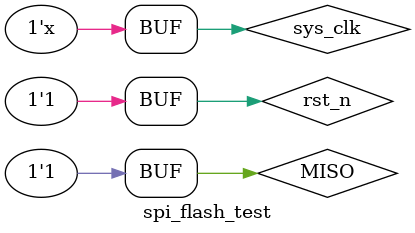
<source format=v>
`timescale 100ps/100ps
module spi_flash_test();
	reg sys_clk;
	reg rst_n;
	wire seg_sel1;
	wire seg_sel2;
	wire [7:0] seg_data;
	reg MISO;
	wire MOSI;
	wire spi_clk;
	wire spi_cs;
	
	initial 
	begin
		rst_n=1'b0;
		sys_clk=1'b0;
		MISO=1'b1;
		#200 rst_n=1'b1;
	end
	
	always #1 sys_clk=~sys_clk;
	
	
spi_flash spi_flash0(
	.sys_clk(sys_clk),.rst_n(rst_n),.seg_sel1(seg_sel1),.seg_sel2(seg_sel2),.seg_data(seg_data),
	.MISO(MISO),.MOSI(MOSI),.spi_clk(spi_clk),.spi_cs(spi_cs)
);

endmodule

</source>
